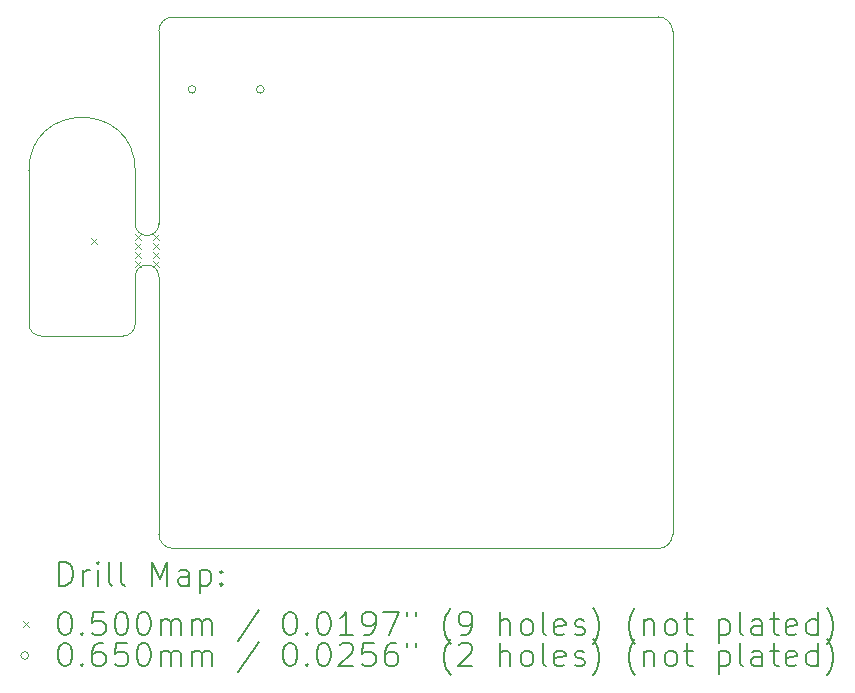
<source format=gbr>
%TF.GenerationSoftware,KiCad,Pcbnew,8.0.5*%
%TF.CreationDate,2024-10-21T14:29:23+02:00*%
%TF.ProjectId,Slave,536c6176-652e-46b6-9963-61645f706362,rev?*%
%TF.SameCoordinates,Original*%
%TF.FileFunction,Drillmap*%
%TF.FilePolarity,Positive*%
%FSLAX45Y45*%
G04 Gerber Fmt 4.5, Leading zero omitted, Abs format (unit mm)*
G04 Created by KiCad (PCBNEW 8.0.5) date 2024-10-21 14:29:23*
%MOMM*%
%LPD*%
G01*
G04 APERTURE LIST*
%ADD10C,0.050000*%
%ADD11C,0.200000*%
%ADD12C,0.100000*%
G04 APERTURE END LIST*
D10*
X3250000Y-8130000D02*
X3250000Y-5950000D01*
X3250000Y-3870000D02*
G75*
G02*
X3370000Y-3750000I120000J0D01*
G01*
X7600000Y-8130000D02*
G75*
G02*
X7480000Y-8250000I-120000J0D01*
G01*
X2250000Y-6450000D02*
G75*
G02*
X2150000Y-6350000I0J100000D01*
G01*
X2250000Y-6450000D02*
X2948387Y-6450000D01*
X3050000Y-5950000D02*
G75*
G02*
X3250000Y-5950000I100000J0D01*
G01*
X3050000Y-6350000D02*
G75*
G02*
X2948387Y-6449987I-100000J0D01*
G01*
X7480000Y-3750000D02*
G75*
G02*
X7600000Y-3870000I0J-120000D01*
G01*
X3250000Y-5500000D02*
X3250000Y-3870000D01*
X7480000Y-8250000D02*
X3370000Y-8250000D01*
X3050000Y-5950000D02*
X3050000Y-6350000D01*
X3370000Y-8250000D02*
G75*
G02*
X3250000Y-8130000I0J120000D01*
G01*
X3250000Y-5500000D02*
G75*
G02*
X3050000Y-5500000I-100000J0D01*
G01*
X2150000Y-5050000D02*
G75*
G02*
X3050000Y-5050000I450000J0D01*
G01*
X7600000Y-3870000D02*
X7600000Y-8130000D01*
X3050000Y-5500000D02*
X3050000Y-5050000D01*
X3370000Y-3750000D02*
X7480000Y-3750000D01*
X2150000Y-5050000D02*
X2150000Y-6350000D01*
D11*
D12*
X2679200Y-5619000D02*
X2729200Y-5669000D01*
X2729200Y-5619000D02*
X2679200Y-5669000D01*
X3050000Y-5590000D02*
X3100000Y-5640000D01*
X3100000Y-5590000D02*
X3050000Y-5640000D01*
X3050000Y-5665000D02*
X3100000Y-5715000D01*
X3100000Y-5665000D02*
X3050000Y-5715000D01*
X3050000Y-5740000D02*
X3100000Y-5790000D01*
X3100000Y-5740000D02*
X3050000Y-5790000D01*
X3050000Y-5815000D02*
X3100000Y-5865000D01*
X3100000Y-5815000D02*
X3050000Y-5865000D01*
X3200000Y-5590000D02*
X3250000Y-5640000D01*
X3250000Y-5590000D02*
X3200000Y-5640000D01*
X3200000Y-5665000D02*
X3250000Y-5715000D01*
X3250000Y-5665000D02*
X3200000Y-5715000D01*
X3200000Y-5740000D02*
X3250000Y-5790000D01*
X3250000Y-5740000D02*
X3200000Y-5790000D01*
X3200000Y-5815000D02*
X3250000Y-5865000D01*
X3250000Y-5815000D02*
X3200000Y-5865000D01*
X3563700Y-4362900D02*
G75*
G02*
X3498700Y-4362900I-32500J0D01*
G01*
X3498700Y-4362900D02*
G75*
G02*
X3563700Y-4362900I32500J0D01*
G01*
X4141700Y-4362900D02*
G75*
G02*
X4076700Y-4362900I-32500J0D01*
G01*
X4076700Y-4362900D02*
G75*
G02*
X4141700Y-4362900I32500J0D01*
G01*
D11*
X2408277Y-8563984D02*
X2408277Y-8363984D01*
X2408277Y-8363984D02*
X2455896Y-8363984D01*
X2455896Y-8363984D02*
X2484467Y-8373508D01*
X2484467Y-8373508D02*
X2503515Y-8392555D01*
X2503515Y-8392555D02*
X2513039Y-8411603D01*
X2513039Y-8411603D02*
X2522563Y-8449698D01*
X2522563Y-8449698D02*
X2522563Y-8478270D01*
X2522563Y-8478270D02*
X2513039Y-8516365D01*
X2513039Y-8516365D02*
X2503515Y-8535412D01*
X2503515Y-8535412D02*
X2484467Y-8554460D01*
X2484467Y-8554460D02*
X2455896Y-8563984D01*
X2455896Y-8563984D02*
X2408277Y-8563984D01*
X2608277Y-8563984D02*
X2608277Y-8430650D01*
X2608277Y-8468746D02*
X2617801Y-8449698D01*
X2617801Y-8449698D02*
X2627324Y-8440174D01*
X2627324Y-8440174D02*
X2646372Y-8430650D01*
X2646372Y-8430650D02*
X2665420Y-8430650D01*
X2732086Y-8563984D02*
X2732086Y-8430650D01*
X2732086Y-8363984D02*
X2722563Y-8373508D01*
X2722563Y-8373508D02*
X2732086Y-8383031D01*
X2732086Y-8383031D02*
X2741610Y-8373508D01*
X2741610Y-8373508D02*
X2732086Y-8363984D01*
X2732086Y-8363984D02*
X2732086Y-8383031D01*
X2855896Y-8563984D02*
X2836848Y-8554460D01*
X2836848Y-8554460D02*
X2827324Y-8535412D01*
X2827324Y-8535412D02*
X2827324Y-8363984D01*
X2960658Y-8563984D02*
X2941610Y-8554460D01*
X2941610Y-8554460D02*
X2932086Y-8535412D01*
X2932086Y-8535412D02*
X2932086Y-8363984D01*
X3189229Y-8563984D02*
X3189229Y-8363984D01*
X3189229Y-8363984D02*
X3255896Y-8506841D01*
X3255896Y-8506841D02*
X3322562Y-8363984D01*
X3322562Y-8363984D02*
X3322562Y-8563984D01*
X3503515Y-8563984D02*
X3503515Y-8459222D01*
X3503515Y-8459222D02*
X3493991Y-8440174D01*
X3493991Y-8440174D02*
X3474943Y-8430650D01*
X3474943Y-8430650D02*
X3436848Y-8430650D01*
X3436848Y-8430650D02*
X3417801Y-8440174D01*
X3503515Y-8554460D02*
X3484467Y-8563984D01*
X3484467Y-8563984D02*
X3436848Y-8563984D01*
X3436848Y-8563984D02*
X3417801Y-8554460D01*
X3417801Y-8554460D02*
X3408277Y-8535412D01*
X3408277Y-8535412D02*
X3408277Y-8516365D01*
X3408277Y-8516365D02*
X3417801Y-8497317D01*
X3417801Y-8497317D02*
X3436848Y-8487793D01*
X3436848Y-8487793D02*
X3484467Y-8487793D01*
X3484467Y-8487793D02*
X3503515Y-8478270D01*
X3598753Y-8430650D02*
X3598753Y-8630650D01*
X3598753Y-8440174D02*
X3617801Y-8430650D01*
X3617801Y-8430650D02*
X3655896Y-8430650D01*
X3655896Y-8430650D02*
X3674943Y-8440174D01*
X3674943Y-8440174D02*
X3684467Y-8449698D01*
X3684467Y-8449698D02*
X3693991Y-8468746D01*
X3693991Y-8468746D02*
X3693991Y-8525889D01*
X3693991Y-8525889D02*
X3684467Y-8544936D01*
X3684467Y-8544936D02*
X3674943Y-8554460D01*
X3674943Y-8554460D02*
X3655896Y-8563984D01*
X3655896Y-8563984D02*
X3617801Y-8563984D01*
X3617801Y-8563984D02*
X3598753Y-8554460D01*
X3779705Y-8544936D02*
X3789229Y-8554460D01*
X3789229Y-8554460D02*
X3779705Y-8563984D01*
X3779705Y-8563984D02*
X3770182Y-8554460D01*
X3770182Y-8554460D02*
X3779705Y-8544936D01*
X3779705Y-8544936D02*
X3779705Y-8563984D01*
X3779705Y-8440174D02*
X3789229Y-8449698D01*
X3789229Y-8449698D02*
X3779705Y-8459222D01*
X3779705Y-8459222D02*
X3770182Y-8449698D01*
X3770182Y-8449698D02*
X3779705Y-8440174D01*
X3779705Y-8440174D02*
X3779705Y-8459222D01*
D12*
X2097500Y-8867500D02*
X2147500Y-8917500D01*
X2147500Y-8867500D02*
X2097500Y-8917500D01*
D11*
X2446372Y-8783984D02*
X2465420Y-8783984D01*
X2465420Y-8783984D02*
X2484467Y-8793508D01*
X2484467Y-8793508D02*
X2493991Y-8803031D01*
X2493991Y-8803031D02*
X2503515Y-8822079D01*
X2503515Y-8822079D02*
X2513039Y-8860174D01*
X2513039Y-8860174D02*
X2513039Y-8907793D01*
X2513039Y-8907793D02*
X2503515Y-8945889D01*
X2503515Y-8945889D02*
X2493991Y-8964936D01*
X2493991Y-8964936D02*
X2484467Y-8974460D01*
X2484467Y-8974460D02*
X2465420Y-8983984D01*
X2465420Y-8983984D02*
X2446372Y-8983984D01*
X2446372Y-8983984D02*
X2427324Y-8974460D01*
X2427324Y-8974460D02*
X2417801Y-8964936D01*
X2417801Y-8964936D02*
X2408277Y-8945889D01*
X2408277Y-8945889D02*
X2398753Y-8907793D01*
X2398753Y-8907793D02*
X2398753Y-8860174D01*
X2398753Y-8860174D02*
X2408277Y-8822079D01*
X2408277Y-8822079D02*
X2417801Y-8803031D01*
X2417801Y-8803031D02*
X2427324Y-8793508D01*
X2427324Y-8793508D02*
X2446372Y-8783984D01*
X2598753Y-8964936D02*
X2608277Y-8974460D01*
X2608277Y-8974460D02*
X2598753Y-8983984D01*
X2598753Y-8983984D02*
X2589229Y-8974460D01*
X2589229Y-8974460D02*
X2598753Y-8964936D01*
X2598753Y-8964936D02*
X2598753Y-8983984D01*
X2789229Y-8783984D02*
X2693991Y-8783984D01*
X2693991Y-8783984D02*
X2684467Y-8879222D01*
X2684467Y-8879222D02*
X2693991Y-8869698D01*
X2693991Y-8869698D02*
X2713039Y-8860174D01*
X2713039Y-8860174D02*
X2760658Y-8860174D01*
X2760658Y-8860174D02*
X2779705Y-8869698D01*
X2779705Y-8869698D02*
X2789229Y-8879222D01*
X2789229Y-8879222D02*
X2798753Y-8898270D01*
X2798753Y-8898270D02*
X2798753Y-8945889D01*
X2798753Y-8945889D02*
X2789229Y-8964936D01*
X2789229Y-8964936D02*
X2779705Y-8974460D01*
X2779705Y-8974460D02*
X2760658Y-8983984D01*
X2760658Y-8983984D02*
X2713039Y-8983984D01*
X2713039Y-8983984D02*
X2693991Y-8974460D01*
X2693991Y-8974460D02*
X2684467Y-8964936D01*
X2922562Y-8783984D02*
X2941610Y-8783984D01*
X2941610Y-8783984D02*
X2960658Y-8793508D01*
X2960658Y-8793508D02*
X2970182Y-8803031D01*
X2970182Y-8803031D02*
X2979705Y-8822079D01*
X2979705Y-8822079D02*
X2989229Y-8860174D01*
X2989229Y-8860174D02*
X2989229Y-8907793D01*
X2989229Y-8907793D02*
X2979705Y-8945889D01*
X2979705Y-8945889D02*
X2970182Y-8964936D01*
X2970182Y-8964936D02*
X2960658Y-8974460D01*
X2960658Y-8974460D02*
X2941610Y-8983984D01*
X2941610Y-8983984D02*
X2922562Y-8983984D01*
X2922562Y-8983984D02*
X2903515Y-8974460D01*
X2903515Y-8974460D02*
X2893991Y-8964936D01*
X2893991Y-8964936D02*
X2884467Y-8945889D01*
X2884467Y-8945889D02*
X2874943Y-8907793D01*
X2874943Y-8907793D02*
X2874943Y-8860174D01*
X2874943Y-8860174D02*
X2884467Y-8822079D01*
X2884467Y-8822079D02*
X2893991Y-8803031D01*
X2893991Y-8803031D02*
X2903515Y-8793508D01*
X2903515Y-8793508D02*
X2922562Y-8783984D01*
X3113039Y-8783984D02*
X3132086Y-8783984D01*
X3132086Y-8783984D02*
X3151134Y-8793508D01*
X3151134Y-8793508D02*
X3160658Y-8803031D01*
X3160658Y-8803031D02*
X3170182Y-8822079D01*
X3170182Y-8822079D02*
X3179705Y-8860174D01*
X3179705Y-8860174D02*
X3179705Y-8907793D01*
X3179705Y-8907793D02*
X3170182Y-8945889D01*
X3170182Y-8945889D02*
X3160658Y-8964936D01*
X3160658Y-8964936D02*
X3151134Y-8974460D01*
X3151134Y-8974460D02*
X3132086Y-8983984D01*
X3132086Y-8983984D02*
X3113039Y-8983984D01*
X3113039Y-8983984D02*
X3093991Y-8974460D01*
X3093991Y-8974460D02*
X3084467Y-8964936D01*
X3084467Y-8964936D02*
X3074943Y-8945889D01*
X3074943Y-8945889D02*
X3065420Y-8907793D01*
X3065420Y-8907793D02*
X3065420Y-8860174D01*
X3065420Y-8860174D02*
X3074943Y-8822079D01*
X3074943Y-8822079D02*
X3084467Y-8803031D01*
X3084467Y-8803031D02*
X3093991Y-8793508D01*
X3093991Y-8793508D02*
X3113039Y-8783984D01*
X3265420Y-8983984D02*
X3265420Y-8850650D01*
X3265420Y-8869698D02*
X3274943Y-8860174D01*
X3274943Y-8860174D02*
X3293991Y-8850650D01*
X3293991Y-8850650D02*
X3322563Y-8850650D01*
X3322563Y-8850650D02*
X3341610Y-8860174D01*
X3341610Y-8860174D02*
X3351134Y-8879222D01*
X3351134Y-8879222D02*
X3351134Y-8983984D01*
X3351134Y-8879222D02*
X3360658Y-8860174D01*
X3360658Y-8860174D02*
X3379705Y-8850650D01*
X3379705Y-8850650D02*
X3408277Y-8850650D01*
X3408277Y-8850650D02*
X3427324Y-8860174D01*
X3427324Y-8860174D02*
X3436848Y-8879222D01*
X3436848Y-8879222D02*
X3436848Y-8983984D01*
X3532086Y-8983984D02*
X3532086Y-8850650D01*
X3532086Y-8869698D02*
X3541610Y-8860174D01*
X3541610Y-8860174D02*
X3560658Y-8850650D01*
X3560658Y-8850650D02*
X3589229Y-8850650D01*
X3589229Y-8850650D02*
X3608277Y-8860174D01*
X3608277Y-8860174D02*
X3617801Y-8879222D01*
X3617801Y-8879222D02*
X3617801Y-8983984D01*
X3617801Y-8879222D02*
X3627324Y-8860174D01*
X3627324Y-8860174D02*
X3646372Y-8850650D01*
X3646372Y-8850650D02*
X3674943Y-8850650D01*
X3674943Y-8850650D02*
X3693991Y-8860174D01*
X3693991Y-8860174D02*
X3703515Y-8879222D01*
X3703515Y-8879222D02*
X3703515Y-8983984D01*
X4093991Y-8774460D02*
X3922563Y-9031603D01*
X4351134Y-8783984D02*
X4370182Y-8783984D01*
X4370182Y-8783984D02*
X4389229Y-8793508D01*
X4389229Y-8793508D02*
X4398753Y-8803031D01*
X4398753Y-8803031D02*
X4408277Y-8822079D01*
X4408277Y-8822079D02*
X4417801Y-8860174D01*
X4417801Y-8860174D02*
X4417801Y-8907793D01*
X4417801Y-8907793D02*
X4408277Y-8945889D01*
X4408277Y-8945889D02*
X4398753Y-8964936D01*
X4398753Y-8964936D02*
X4389229Y-8974460D01*
X4389229Y-8974460D02*
X4370182Y-8983984D01*
X4370182Y-8983984D02*
X4351134Y-8983984D01*
X4351134Y-8983984D02*
X4332087Y-8974460D01*
X4332087Y-8974460D02*
X4322563Y-8964936D01*
X4322563Y-8964936D02*
X4313039Y-8945889D01*
X4313039Y-8945889D02*
X4303515Y-8907793D01*
X4303515Y-8907793D02*
X4303515Y-8860174D01*
X4303515Y-8860174D02*
X4313039Y-8822079D01*
X4313039Y-8822079D02*
X4322563Y-8803031D01*
X4322563Y-8803031D02*
X4332087Y-8793508D01*
X4332087Y-8793508D02*
X4351134Y-8783984D01*
X4503515Y-8964936D02*
X4513039Y-8974460D01*
X4513039Y-8974460D02*
X4503515Y-8983984D01*
X4503515Y-8983984D02*
X4493991Y-8974460D01*
X4493991Y-8974460D02*
X4503515Y-8964936D01*
X4503515Y-8964936D02*
X4503515Y-8983984D01*
X4636848Y-8783984D02*
X4655896Y-8783984D01*
X4655896Y-8783984D02*
X4674944Y-8793508D01*
X4674944Y-8793508D02*
X4684468Y-8803031D01*
X4684468Y-8803031D02*
X4693991Y-8822079D01*
X4693991Y-8822079D02*
X4703515Y-8860174D01*
X4703515Y-8860174D02*
X4703515Y-8907793D01*
X4703515Y-8907793D02*
X4693991Y-8945889D01*
X4693991Y-8945889D02*
X4684468Y-8964936D01*
X4684468Y-8964936D02*
X4674944Y-8974460D01*
X4674944Y-8974460D02*
X4655896Y-8983984D01*
X4655896Y-8983984D02*
X4636848Y-8983984D01*
X4636848Y-8983984D02*
X4617801Y-8974460D01*
X4617801Y-8974460D02*
X4608277Y-8964936D01*
X4608277Y-8964936D02*
X4598753Y-8945889D01*
X4598753Y-8945889D02*
X4589229Y-8907793D01*
X4589229Y-8907793D02*
X4589229Y-8860174D01*
X4589229Y-8860174D02*
X4598753Y-8822079D01*
X4598753Y-8822079D02*
X4608277Y-8803031D01*
X4608277Y-8803031D02*
X4617801Y-8793508D01*
X4617801Y-8793508D02*
X4636848Y-8783984D01*
X4893991Y-8983984D02*
X4779706Y-8983984D01*
X4836848Y-8983984D02*
X4836848Y-8783984D01*
X4836848Y-8783984D02*
X4817801Y-8812555D01*
X4817801Y-8812555D02*
X4798753Y-8831603D01*
X4798753Y-8831603D02*
X4779706Y-8841127D01*
X4989229Y-8983984D02*
X5027325Y-8983984D01*
X5027325Y-8983984D02*
X5046372Y-8974460D01*
X5046372Y-8974460D02*
X5055896Y-8964936D01*
X5055896Y-8964936D02*
X5074944Y-8936365D01*
X5074944Y-8936365D02*
X5084468Y-8898270D01*
X5084468Y-8898270D02*
X5084468Y-8822079D01*
X5084468Y-8822079D02*
X5074944Y-8803031D01*
X5074944Y-8803031D02*
X5065420Y-8793508D01*
X5065420Y-8793508D02*
X5046372Y-8783984D01*
X5046372Y-8783984D02*
X5008277Y-8783984D01*
X5008277Y-8783984D02*
X4989229Y-8793508D01*
X4989229Y-8793508D02*
X4979706Y-8803031D01*
X4979706Y-8803031D02*
X4970182Y-8822079D01*
X4970182Y-8822079D02*
X4970182Y-8869698D01*
X4970182Y-8869698D02*
X4979706Y-8888746D01*
X4979706Y-8888746D02*
X4989229Y-8898270D01*
X4989229Y-8898270D02*
X5008277Y-8907793D01*
X5008277Y-8907793D02*
X5046372Y-8907793D01*
X5046372Y-8907793D02*
X5065420Y-8898270D01*
X5065420Y-8898270D02*
X5074944Y-8888746D01*
X5074944Y-8888746D02*
X5084468Y-8869698D01*
X5151134Y-8783984D02*
X5284468Y-8783984D01*
X5284468Y-8783984D02*
X5198753Y-8983984D01*
X5351134Y-8783984D02*
X5351134Y-8822079D01*
X5427325Y-8783984D02*
X5427325Y-8822079D01*
X5722563Y-9060174D02*
X5713039Y-9050650D01*
X5713039Y-9050650D02*
X5693991Y-9022079D01*
X5693991Y-9022079D02*
X5684468Y-9003031D01*
X5684468Y-9003031D02*
X5674944Y-8974460D01*
X5674944Y-8974460D02*
X5665420Y-8926841D01*
X5665420Y-8926841D02*
X5665420Y-8888746D01*
X5665420Y-8888746D02*
X5674944Y-8841127D01*
X5674944Y-8841127D02*
X5684468Y-8812555D01*
X5684468Y-8812555D02*
X5693991Y-8793508D01*
X5693991Y-8793508D02*
X5713039Y-8764936D01*
X5713039Y-8764936D02*
X5722563Y-8755412D01*
X5808277Y-8983984D02*
X5846372Y-8983984D01*
X5846372Y-8983984D02*
X5865420Y-8974460D01*
X5865420Y-8974460D02*
X5874944Y-8964936D01*
X5874944Y-8964936D02*
X5893991Y-8936365D01*
X5893991Y-8936365D02*
X5903515Y-8898270D01*
X5903515Y-8898270D02*
X5903515Y-8822079D01*
X5903515Y-8822079D02*
X5893991Y-8803031D01*
X5893991Y-8803031D02*
X5884468Y-8793508D01*
X5884468Y-8793508D02*
X5865420Y-8783984D01*
X5865420Y-8783984D02*
X5827325Y-8783984D01*
X5827325Y-8783984D02*
X5808277Y-8793508D01*
X5808277Y-8793508D02*
X5798753Y-8803031D01*
X5798753Y-8803031D02*
X5789229Y-8822079D01*
X5789229Y-8822079D02*
X5789229Y-8869698D01*
X5789229Y-8869698D02*
X5798753Y-8888746D01*
X5798753Y-8888746D02*
X5808277Y-8898270D01*
X5808277Y-8898270D02*
X5827325Y-8907793D01*
X5827325Y-8907793D02*
X5865420Y-8907793D01*
X5865420Y-8907793D02*
X5884468Y-8898270D01*
X5884468Y-8898270D02*
X5893991Y-8888746D01*
X5893991Y-8888746D02*
X5903515Y-8869698D01*
X6141610Y-8983984D02*
X6141610Y-8783984D01*
X6227325Y-8983984D02*
X6227325Y-8879222D01*
X6227325Y-8879222D02*
X6217801Y-8860174D01*
X6217801Y-8860174D02*
X6198753Y-8850650D01*
X6198753Y-8850650D02*
X6170182Y-8850650D01*
X6170182Y-8850650D02*
X6151134Y-8860174D01*
X6151134Y-8860174D02*
X6141610Y-8869698D01*
X6351134Y-8983984D02*
X6332087Y-8974460D01*
X6332087Y-8974460D02*
X6322563Y-8964936D01*
X6322563Y-8964936D02*
X6313039Y-8945889D01*
X6313039Y-8945889D02*
X6313039Y-8888746D01*
X6313039Y-8888746D02*
X6322563Y-8869698D01*
X6322563Y-8869698D02*
X6332087Y-8860174D01*
X6332087Y-8860174D02*
X6351134Y-8850650D01*
X6351134Y-8850650D02*
X6379706Y-8850650D01*
X6379706Y-8850650D02*
X6398753Y-8860174D01*
X6398753Y-8860174D02*
X6408277Y-8869698D01*
X6408277Y-8869698D02*
X6417801Y-8888746D01*
X6417801Y-8888746D02*
X6417801Y-8945889D01*
X6417801Y-8945889D02*
X6408277Y-8964936D01*
X6408277Y-8964936D02*
X6398753Y-8974460D01*
X6398753Y-8974460D02*
X6379706Y-8983984D01*
X6379706Y-8983984D02*
X6351134Y-8983984D01*
X6532087Y-8983984D02*
X6513039Y-8974460D01*
X6513039Y-8974460D02*
X6503515Y-8955412D01*
X6503515Y-8955412D02*
X6503515Y-8783984D01*
X6684468Y-8974460D02*
X6665420Y-8983984D01*
X6665420Y-8983984D02*
X6627325Y-8983984D01*
X6627325Y-8983984D02*
X6608277Y-8974460D01*
X6608277Y-8974460D02*
X6598753Y-8955412D01*
X6598753Y-8955412D02*
X6598753Y-8879222D01*
X6598753Y-8879222D02*
X6608277Y-8860174D01*
X6608277Y-8860174D02*
X6627325Y-8850650D01*
X6627325Y-8850650D02*
X6665420Y-8850650D01*
X6665420Y-8850650D02*
X6684468Y-8860174D01*
X6684468Y-8860174D02*
X6693991Y-8879222D01*
X6693991Y-8879222D02*
X6693991Y-8898270D01*
X6693991Y-8898270D02*
X6598753Y-8917317D01*
X6770182Y-8974460D02*
X6789230Y-8983984D01*
X6789230Y-8983984D02*
X6827325Y-8983984D01*
X6827325Y-8983984D02*
X6846372Y-8974460D01*
X6846372Y-8974460D02*
X6855896Y-8955412D01*
X6855896Y-8955412D02*
X6855896Y-8945889D01*
X6855896Y-8945889D02*
X6846372Y-8926841D01*
X6846372Y-8926841D02*
X6827325Y-8917317D01*
X6827325Y-8917317D02*
X6798753Y-8917317D01*
X6798753Y-8917317D02*
X6779706Y-8907793D01*
X6779706Y-8907793D02*
X6770182Y-8888746D01*
X6770182Y-8888746D02*
X6770182Y-8879222D01*
X6770182Y-8879222D02*
X6779706Y-8860174D01*
X6779706Y-8860174D02*
X6798753Y-8850650D01*
X6798753Y-8850650D02*
X6827325Y-8850650D01*
X6827325Y-8850650D02*
X6846372Y-8860174D01*
X6922563Y-9060174D02*
X6932087Y-9050650D01*
X6932087Y-9050650D02*
X6951134Y-9022079D01*
X6951134Y-9022079D02*
X6960658Y-9003031D01*
X6960658Y-9003031D02*
X6970182Y-8974460D01*
X6970182Y-8974460D02*
X6979706Y-8926841D01*
X6979706Y-8926841D02*
X6979706Y-8888746D01*
X6979706Y-8888746D02*
X6970182Y-8841127D01*
X6970182Y-8841127D02*
X6960658Y-8812555D01*
X6960658Y-8812555D02*
X6951134Y-8793508D01*
X6951134Y-8793508D02*
X6932087Y-8764936D01*
X6932087Y-8764936D02*
X6922563Y-8755412D01*
X7284468Y-9060174D02*
X7274944Y-9050650D01*
X7274944Y-9050650D02*
X7255896Y-9022079D01*
X7255896Y-9022079D02*
X7246372Y-9003031D01*
X7246372Y-9003031D02*
X7236849Y-8974460D01*
X7236849Y-8974460D02*
X7227325Y-8926841D01*
X7227325Y-8926841D02*
X7227325Y-8888746D01*
X7227325Y-8888746D02*
X7236849Y-8841127D01*
X7236849Y-8841127D02*
X7246372Y-8812555D01*
X7246372Y-8812555D02*
X7255896Y-8793508D01*
X7255896Y-8793508D02*
X7274944Y-8764936D01*
X7274944Y-8764936D02*
X7284468Y-8755412D01*
X7360658Y-8850650D02*
X7360658Y-8983984D01*
X7360658Y-8869698D02*
X7370182Y-8860174D01*
X7370182Y-8860174D02*
X7389230Y-8850650D01*
X7389230Y-8850650D02*
X7417801Y-8850650D01*
X7417801Y-8850650D02*
X7436849Y-8860174D01*
X7436849Y-8860174D02*
X7446372Y-8879222D01*
X7446372Y-8879222D02*
X7446372Y-8983984D01*
X7570182Y-8983984D02*
X7551134Y-8974460D01*
X7551134Y-8974460D02*
X7541611Y-8964936D01*
X7541611Y-8964936D02*
X7532087Y-8945889D01*
X7532087Y-8945889D02*
X7532087Y-8888746D01*
X7532087Y-8888746D02*
X7541611Y-8869698D01*
X7541611Y-8869698D02*
X7551134Y-8860174D01*
X7551134Y-8860174D02*
X7570182Y-8850650D01*
X7570182Y-8850650D02*
X7598753Y-8850650D01*
X7598753Y-8850650D02*
X7617801Y-8860174D01*
X7617801Y-8860174D02*
X7627325Y-8869698D01*
X7627325Y-8869698D02*
X7636849Y-8888746D01*
X7636849Y-8888746D02*
X7636849Y-8945889D01*
X7636849Y-8945889D02*
X7627325Y-8964936D01*
X7627325Y-8964936D02*
X7617801Y-8974460D01*
X7617801Y-8974460D02*
X7598753Y-8983984D01*
X7598753Y-8983984D02*
X7570182Y-8983984D01*
X7693992Y-8850650D02*
X7770182Y-8850650D01*
X7722563Y-8783984D02*
X7722563Y-8955412D01*
X7722563Y-8955412D02*
X7732087Y-8974460D01*
X7732087Y-8974460D02*
X7751134Y-8983984D01*
X7751134Y-8983984D02*
X7770182Y-8983984D01*
X7989230Y-8850650D02*
X7989230Y-9050650D01*
X7989230Y-8860174D02*
X8008277Y-8850650D01*
X8008277Y-8850650D02*
X8046373Y-8850650D01*
X8046373Y-8850650D02*
X8065420Y-8860174D01*
X8065420Y-8860174D02*
X8074944Y-8869698D01*
X8074944Y-8869698D02*
X8084468Y-8888746D01*
X8084468Y-8888746D02*
X8084468Y-8945889D01*
X8084468Y-8945889D02*
X8074944Y-8964936D01*
X8074944Y-8964936D02*
X8065420Y-8974460D01*
X8065420Y-8974460D02*
X8046373Y-8983984D01*
X8046373Y-8983984D02*
X8008277Y-8983984D01*
X8008277Y-8983984D02*
X7989230Y-8974460D01*
X8198753Y-8983984D02*
X8179706Y-8974460D01*
X8179706Y-8974460D02*
X8170182Y-8955412D01*
X8170182Y-8955412D02*
X8170182Y-8783984D01*
X8360658Y-8983984D02*
X8360658Y-8879222D01*
X8360658Y-8879222D02*
X8351134Y-8860174D01*
X8351134Y-8860174D02*
X8332087Y-8850650D01*
X8332087Y-8850650D02*
X8293992Y-8850650D01*
X8293992Y-8850650D02*
X8274944Y-8860174D01*
X8360658Y-8974460D02*
X8341611Y-8983984D01*
X8341611Y-8983984D02*
X8293992Y-8983984D01*
X8293992Y-8983984D02*
X8274944Y-8974460D01*
X8274944Y-8974460D02*
X8265420Y-8955412D01*
X8265420Y-8955412D02*
X8265420Y-8936365D01*
X8265420Y-8936365D02*
X8274944Y-8917317D01*
X8274944Y-8917317D02*
X8293992Y-8907793D01*
X8293992Y-8907793D02*
X8341611Y-8907793D01*
X8341611Y-8907793D02*
X8360658Y-8898270D01*
X8427325Y-8850650D02*
X8503515Y-8850650D01*
X8455896Y-8783984D02*
X8455896Y-8955412D01*
X8455896Y-8955412D02*
X8465420Y-8974460D01*
X8465420Y-8974460D02*
X8484468Y-8983984D01*
X8484468Y-8983984D02*
X8503515Y-8983984D01*
X8646373Y-8974460D02*
X8627325Y-8983984D01*
X8627325Y-8983984D02*
X8589230Y-8983984D01*
X8589230Y-8983984D02*
X8570182Y-8974460D01*
X8570182Y-8974460D02*
X8560658Y-8955412D01*
X8560658Y-8955412D02*
X8560658Y-8879222D01*
X8560658Y-8879222D02*
X8570182Y-8860174D01*
X8570182Y-8860174D02*
X8589230Y-8850650D01*
X8589230Y-8850650D02*
X8627325Y-8850650D01*
X8627325Y-8850650D02*
X8646373Y-8860174D01*
X8646373Y-8860174D02*
X8655896Y-8879222D01*
X8655896Y-8879222D02*
X8655896Y-8898270D01*
X8655896Y-8898270D02*
X8560658Y-8917317D01*
X8827325Y-8983984D02*
X8827325Y-8783984D01*
X8827325Y-8974460D02*
X8808277Y-8983984D01*
X8808277Y-8983984D02*
X8770182Y-8983984D01*
X8770182Y-8983984D02*
X8751135Y-8974460D01*
X8751135Y-8974460D02*
X8741611Y-8964936D01*
X8741611Y-8964936D02*
X8732087Y-8945889D01*
X8732087Y-8945889D02*
X8732087Y-8888746D01*
X8732087Y-8888746D02*
X8741611Y-8869698D01*
X8741611Y-8869698D02*
X8751135Y-8860174D01*
X8751135Y-8860174D02*
X8770182Y-8850650D01*
X8770182Y-8850650D02*
X8808277Y-8850650D01*
X8808277Y-8850650D02*
X8827325Y-8860174D01*
X8903516Y-9060174D02*
X8913039Y-9050650D01*
X8913039Y-9050650D02*
X8932087Y-9022079D01*
X8932087Y-9022079D02*
X8941611Y-9003031D01*
X8941611Y-9003031D02*
X8951135Y-8974460D01*
X8951135Y-8974460D02*
X8960658Y-8926841D01*
X8960658Y-8926841D02*
X8960658Y-8888746D01*
X8960658Y-8888746D02*
X8951135Y-8841127D01*
X8951135Y-8841127D02*
X8941611Y-8812555D01*
X8941611Y-8812555D02*
X8932087Y-8793508D01*
X8932087Y-8793508D02*
X8913039Y-8764936D01*
X8913039Y-8764936D02*
X8903516Y-8755412D01*
D12*
X2147500Y-9156500D02*
G75*
G02*
X2082500Y-9156500I-32500J0D01*
G01*
X2082500Y-9156500D02*
G75*
G02*
X2147500Y-9156500I32500J0D01*
G01*
D11*
X2446372Y-9047984D02*
X2465420Y-9047984D01*
X2465420Y-9047984D02*
X2484467Y-9057508D01*
X2484467Y-9057508D02*
X2493991Y-9067031D01*
X2493991Y-9067031D02*
X2503515Y-9086079D01*
X2503515Y-9086079D02*
X2513039Y-9124174D01*
X2513039Y-9124174D02*
X2513039Y-9171793D01*
X2513039Y-9171793D02*
X2503515Y-9209889D01*
X2503515Y-9209889D02*
X2493991Y-9228936D01*
X2493991Y-9228936D02*
X2484467Y-9238460D01*
X2484467Y-9238460D02*
X2465420Y-9247984D01*
X2465420Y-9247984D02*
X2446372Y-9247984D01*
X2446372Y-9247984D02*
X2427324Y-9238460D01*
X2427324Y-9238460D02*
X2417801Y-9228936D01*
X2417801Y-9228936D02*
X2408277Y-9209889D01*
X2408277Y-9209889D02*
X2398753Y-9171793D01*
X2398753Y-9171793D02*
X2398753Y-9124174D01*
X2398753Y-9124174D02*
X2408277Y-9086079D01*
X2408277Y-9086079D02*
X2417801Y-9067031D01*
X2417801Y-9067031D02*
X2427324Y-9057508D01*
X2427324Y-9057508D02*
X2446372Y-9047984D01*
X2598753Y-9228936D02*
X2608277Y-9238460D01*
X2608277Y-9238460D02*
X2598753Y-9247984D01*
X2598753Y-9247984D02*
X2589229Y-9238460D01*
X2589229Y-9238460D02*
X2598753Y-9228936D01*
X2598753Y-9228936D02*
X2598753Y-9247984D01*
X2779705Y-9047984D02*
X2741610Y-9047984D01*
X2741610Y-9047984D02*
X2722563Y-9057508D01*
X2722563Y-9057508D02*
X2713039Y-9067031D01*
X2713039Y-9067031D02*
X2693991Y-9095603D01*
X2693991Y-9095603D02*
X2684467Y-9133698D01*
X2684467Y-9133698D02*
X2684467Y-9209889D01*
X2684467Y-9209889D02*
X2693991Y-9228936D01*
X2693991Y-9228936D02*
X2703515Y-9238460D01*
X2703515Y-9238460D02*
X2722563Y-9247984D01*
X2722563Y-9247984D02*
X2760658Y-9247984D01*
X2760658Y-9247984D02*
X2779705Y-9238460D01*
X2779705Y-9238460D02*
X2789229Y-9228936D01*
X2789229Y-9228936D02*
X2798753Y-9209889D01*
X2798753Y-9209889D02*
X2798753Y-9162270D01*
X2798753Y-9162270D02*
X2789229Y-9143222D01*
X2789229Y-9143222D02*
X2779705Y-9133698D01*
X2779705Y-9133698D02*
X2760658Y-9124174D01*
X2760658Y-9124174D02*
X2722563Y-9124174D01*
X2722563Y-9124174D02*
X2703515Y-9133698D01*
X2703515Y-9133698D02*
X2693991Y-9143222D01*
X2693991Y-9143222D02*
X2684467Y-9162270D01*
X2979705Y-9047984D02*
X2884467Y-9047984D01*
X2884467Y-9047984D02*
X2874943Y-9143222D01*
X2874943Y-9143222D02*
X2884467Y-9133698D01*
X2884467Y-9133698D02*
X2903515Y-9124174D01*
X2903515Y-9124174D02*
X2951134Y-9124174D01*
X2951134Y-9124174D02*
X2970182Y-9133698D01*
X2970182Y-9133698D02*
X2979705Y-9143222D01*
X2979705Y-9143222D02*
X2989229Y-9162270D01*
X2989229Y-9162270D02*
X2989229Y-9209889D01*
X2989229Y-9209889D02*
X2979705Y-9228936D01*
X2979705Y-9228936D02*
X2970182Y-9238460D01*
X2970182Y-9238460D02*
X2951134Y-9247984D01*
X2951134Y-9247984D02*
X2903515Y-9247984D01*
X2903515Y-9247984D02*
X2884467Y-9238460D01*
X2884467Y-9238460D02*
X2874943Y-9228936D01*
X3113039Y-9047984D02*
X3132086Y-9047984D01*
X3132086Y-9047984D02*
X3151134Y-9057508D01*
X3151134Y-9057508D02*
X3160658Y-9067031D01*
X3160658Y-9067031D02*
X3170182Y-9086079D01*
X3170182Y-9086079D02*
X3179705Y-9124174D01*
X3179705Y-9124174D02*
X3179705Y-9171793D01*
X3179705Y-9171793D02*
X3170182Y-9209889D01*
X3170182Y-9209889D02*
X3160658Y-9228936D01*
X3160658Y-9228936D02*
X3151134Y-9238460D01*
X3151134Y-9238460D02*
X3132086Y-9247984D01*
X3132086Y-9247984D02*
X3113039Y-9247984D01*
X3113039Y-9247984D02*
X3093991Y-9238460D01*
X3093991Y-9238460D02*
X3084467Y-9228936D01*
X3084467Y-9228936D02*
X3074943Y-9209889D01*
X3074943Y-9209889D02*
X3065420Y-9171793D01*
X3065420Y-9171793D02*
X3065420Y-9124174D01*
X3065420Y-9124174D02*
X3074943Y-9086079D01*
X3074943Y-9086079D02*
X3084467Y-9067031D01*
X3084467Y-9067031D02*
X3093991Y-9057508D01*
X3093991Y-9057508D02*
X3113039Y-9047984D01*
X3265420Y-9247984D02*
X3265420Y-9114650D01*
X3265420Y-9133698D02*
X3274943Y-9124174D01*
X3274943Y-9124174D02*
X3293991Y-9114650D01*
X3293991Y-9114650D02*
X3322563Y-9114650D01*
X3322563Y-9114650D02*
X3341610Y-9124174D01*
X3341610Y-9124174D02*
X3351134Y-9143222D01*
X3351134Y-9143222D02*
X3351134Y-9247984D01*
X3351134Y-9143222D02*
X3360658Y-9124174D01*
X3360658Y-9124174D02*
X3379705Y-9114650D01*
X3379705Y-9114650D02*
X3408277Y-9114650D01*
X3408277Y-9114650D02*
X3427324Y-9124174D01*
X3427324Y-9124174D02*
X3436848Y-9143222D01*
X3436848Y-9143222D02*
X3436848Y-9247984D01*
X3532086Y-9247984D02*
X3532086Y-9114650D01*
X3532086Y-9133698D02*
X3541610Y-9124174D01*
X3541610Y-9124174D02*
X3560658Y-9114650D01*
X3560658Y-9114650D02*
X3589229Y-9114650D01*
X3589229Y-9114650D02*
X3608277Y-9124174D01*
X3608277Y-9124174D02*
X3617801Y-9143222D01*
X3617801Y-9143222D02*
X3617801Y-9247984D01*
X3617801Y-9143222D02*
X3627324Y-9124174D01*
X3627324Y-9124174D02*
X3646372Y-9114650D01*
X3646372Y-9114650D02*
X3674943Y-9114650D01*
X3674943Y-9114650D02*
X3693991Y-9124174D01*
X3693991Y-9124174D02*
X3703515Y-9143222D01*
X3703515Y-9143222D02*
X3703515Y-9247984D01*
X4093991Y-9038460D02*
X3922563Y-9295603D01*
X4351134Y-9047984D02*
X4370182Y-9047984D01*
X4370182Y-9047984D02*
X4389229Y-9057508D01*
X4389229Y-9057508D02*
X4398753Y-9067031D01*
X4398753Y-9067031D02*
X4408277Y-9086079D01*
X4408277Y-9086079D02*
X4417801Y-9124174D01*
X4417801Y-9124174D02*
X4417801Y-9171793D01*
X4417801Y-9171793D02*
X4408277Y-9209889D01*
X4408277Y-9209889D02*
X4398753Y-9228936D01*
X4398753Y-9228936D02*
X4389229Y-9238460D01*
X4389229Y-9238460D02*
X4370182Y-9247984D01*
X4370182Y-9247984D02*
X4351134Y-9247984D01*
X4351134Y-9247984D02*
X4332087Y-9238460D01*
X4332087Y-9238460D02*
X4322563Y-9228936D01*
X4322563Y-9228936D02*
X4313039Y-9209889D01*
X4313039Y-9209889D02*
X4303515Y-9171793D01*
X4303515Y-9171793D02*
X4303515Y-9124174D01*
X4303515Y-9124174D02*
X4313039Y-9086079D01*
X4313039Y-9086079D02*
X4322563Y-9067031D01*
X4322563Y-9067031D02*
X4332087Y-9057508D01*
X4332087Y-9057508D02*
X4351134Y-9047984D01*
X4503515Y-9228936D02*
X4513039Y-9238460D01*
X4513039Y-9238460D02*
X4503515Y-9247984D01*
X4503515Y-9247984D02*
X4493991Y-9238460D01*
X4493991Y-9238460D02*
X4503515Y-9228936D01*
X4503515Y-9228936D02*
X4503515Y-9247984D01*
X4636848Y-9047984D02*
X4655896Y-9047984D01*
X4655896Y-9047984D02*
X4674944Y-9057508D01*
X4674944Y-9057508D02*
X4684468Y-9067031D01*
X4684468Y-9067031D02*
X4693991Y-9086079D01*
X4693991Y-9086079D02*
X4703515Y-9124174D01*
X4703515Y-9124174D02*
X4703515Y-9171793D01*
X4703515Y-9171793D02*
X4693991Y-9209889D01*
X4693991Y-9209889D02*
X4684468Y-9228936D01*
X4684468Y-9228936D02*
X4674944Y-9238460D01*
X4674944Y-9238460D02*
X4655896Y-9247984D01*
X4655896Y-9247984D02*
X4636848Y-9247984D01*
X4636848Y-9247984D02*
X4617801Y-9238460D01*
X4617801Y-9238460D02*
X4608277Y-9228936D01*
X4608277Y-9228936D02*
X4598753Y-9209889D01*
X4598753Y-9209889D02*
X4589229Y-9171793D01*
X4589229Y-9171793D02*
X4589229Y-9124174D01*
X4589229Y-9124174D02*
X4598753Y-9086079D01*
X4598753Y-9086079D02*
X4608277Y-9067031D01*
X4608277Y-9067031D02*
X4617801Y-9057508D01*
X4617801Y-9057508D02*
X4636848Y-9047984D01*
X4779706Y-9067031D02*
X4789229Y-9057508D01*
X4789229Y-9057508D02*
X4808277Y-9047984D01*
X4808277Y-9047984D02*
X4855896Y-9047984D01*
X4855896Y-9047984D02*
X4874944Y-9057508D01*
X4874944Y-9057508D02*
X4884468Y-9067031D01*
X4884468Y-9067031D02*
X4893991Y-9086079D01*
X4893991Y-9086079D02*
X4893991Y-9105127D01*
X4893991Y-9105127D02*
X4884468Y-9133698D01*
X4884468Y-9133698D02*
X4770182Y-9247984D01*
X4770182Y-9247984D02*
X4893991Y-9247984D01*
X5074944Y-9047984D02*
X4979706Y-9047984D01*
X4979706Y-9047984D02*
X4970182Y-9143222D01*
X4970182Y-9143222D02*
X4979706Y-9133698D01*
X4979706Y-9133698D02*
X4998753Y-9124174D01*
X4998753Y-9124174D02*
X5046372Y-9124174D01*
X5046372Y-9124174D02*
X5065420Y-9133698D01*
X5065420Y-9133698D02*
X5074944Y-9143222D01*
X5074944Y-9143222D02*
X5084468Y-9162270D01*
X5084468Y-9162270D02*
X5084468Y-9209889D01*
X5084468Y-9209889D02*
X5074944Y-9228936D01*
X5074944Y-9228936D02*
X5065420Y-9238460D01*
X5065420Y-9238460D02*
X5046372Y-9247984D01*
X5046372Y-9247984D02*
X4998753Y-9247984D01*
X4998753Y-9247984D02*
X4979706Y-9238460D01*
X4979706Y-9238460D02*
X4970182Y-9228936D01*
X5255896Y-9047984D02*
X5217801Y-9047984D01*
X5217801Y-9047984D02*
X5198753Y-9057508D01*
X5198753Y-9057508D02*
X5189229Y-9067031D01*
X5189229Y-9067031D02*
X5170182Y-9095603D01*
X5170182Y-9095603D02*
X5160658Y-9133698D01*
X5160658Y-9133698D02*
X5160658Y-9209889D01*
X5160658Y-9209889D02*
X5170182Y-9228936D01*
X5170182Y-9228936D02*
X5179706Y-9238460D01*
X5179706Y-9238460D02*
X5198753Y-9247984D01*
X5198753Y-9247984D02*
X5236849Y-9247984D01*
X5236849Y-9247984D02*
X5255896Y-9238460D01*
X5255896Y-9238460D02*
X5265420Y-9228936D01*
X5265420Y-9228936D02*
X5274944Y-9209889D01*
X5274944Y-9209889D02*
X5274944Y-9162270D01*
X5274944Y-9162270D02*
X5265420Y-9143222D01*
X5265420Y-9143222D02*
X5255896Y-9133698D01*
X5255896Y-9133698D02*
X5236849Y-9124174D01*
X5236849Y-9124174D02*
X5198753Y-9124174D01*
X5198753Y-9124174D02*
X5179706Y-9133698D01*
X5179706Y-9133698D02*
X5170182Y-9143222D01*
X5170182Y-9143222D02*
X5160658Y-9162270D01*
X5351134Y-9047984D02*
X5351134Y-9086079D01*
X5427325Y-9047984D02*
X5427325Y-9086079D01*
X5722563Y-9324174D02*
X5713039Y-9314650D01*
X5713039Y-9314650D02*
X5693991Y-9286079D01*
X5693991Y-9286079D02*
X5684468Y-9267031D01*
X5684468Y-9267031D02*
X5674944Y-9238460D01*
X5674944Y-9238460D02*
X5665420Y-9190841D01*
X5665420Y-9190841D02*
X5665420Y-9152746D01*
X5665420Y-9152746D02*
X5674944Y-9105127D01*
X5674944Y-9105127D02*
X5684468Y-9076555D01*
X5684468Y-9076555D02*
X5693991Y-9057508D01*
X5693991Y-9057508D02*
X5713039Y-9028936D01*
X5713039Y-9028936D02*
X5722563Y-9019412D01*
X5789229Y-9067031D02*
X5798753Y-9057508D01*
X5798753Y-9057508D02*
X5817801Y-9047984D01*
X5817801Y-9047984D02*
X5865420Y-9047984D01*
X5865420Y-9047984D02*
X5884468Y-9057508D01*
X5884468Y-9057508D02*
X5893991Y-9067031D01*
X5893991Y-9067031D02*
X5903515Y-9086079D01*
X5903515Y-9086079D02*
X5903515Y-9105127D01*
X5903515Y-9105127D02*
X5893991Y-9133698D01*
X5893991Y-9133698D02*
X5779706Y-9247984D01*
X5779706Y-9247984D02*
X5903515Y-9247984D01*
X6141610Y-9247984D02*
X6141610Y-9047984D01*
X6227325Y-9247984D02*
X6227325Y-9143222D01*
X6227325Y-9143222D02*
X6217801Y-9124174D01*
X6217801Y-9124174D02*
X6198753Y-9114650D01*
X6198753Y-9114650D02*
X6170182Y-9114650D01*
X6170182Y-9114650D02*
X6151134Y-9124174D01*
X6151134Y-9124174D02*
X6141610Y-9133698D01*
X6351134Y-9247984D02*
X6332087Y-9238460D01*
X6332087Y-9238460D02*
X6322563Y-9228936D01*
X6322563Y-9228936D02*
X6313039Y-9209889D01*
X6313039Y-9209889D02*
X6313039Y-9152746D01*
X6313039Y-9152746D02*
X6322563Y-9133698D01*
X6322563Y-9133698D02*
X6332087Y-9124174D01*
X6332087Y-9124174D02*
X6351134Y-9114650D01*
X6351134Y-9114650D02*
X6379706Y-9114650D01*
X6379706Y-9114650D02*
X6398753Y-9124174D01*
X6398753Y-9124174D02*
X6408277Y-9133698D01*
X6408277Y-9133698D02*
X6417801Y-9152746D01*
X6417801Y-9152746D02*
X6417801Y-9209889D01*
X6417801Y-9209889D02*
X6408277Y-9228936D01*
X6408277Y-9228936D02*
X6398753Y-9238460D01*
X6398753Y-9238460D02*
X6379706Y-9247984D01*
X6379706Y-9247984D02*
X6351134Y-9247984D01*
X6532087Y-9247984D02*
X6513039Y-9238460D01*
X6513039Y-9238460D02*
X6503515Y-9219412D01*
X6503515Y-9219412D02*
X6503515Y-9047984D01*
X6684468Y-9238460D02*
X6665420Y-9247984D01*
X6665420Y-9247984D02*
X6627325Y-9247984D01*
X6627325Y-9247984D02*
X6608277Y-9238460D01*
X6608277Y-9238460D02*
X6598753Y-9219412D01*
X6598753Y-9219412D02*
X6598753Y-9143222D01*
X6598753Y-9143222D02*
X6608277Y-9124174D01*
X6608277Y-9124174D02*
X6627325Y-9114650D01*
X6627325Y-9114650D02*
X6665420Y-9114650D01*
X6665420Y-9114650D02*
X6684468Y-9124174D01*
X6684468Y-9124174D02*
X6693991Y-9143222D01*
X6693991Y-9143222D02*
X6693991Y-9162270D01*
X6693991Y-9162270D02*
X6598753Y-9181317D01*
X6770182Y-9238460D02*
X6789230Y-9247984D01*
X6789230Y-9247984D02*
X6827325Y-9247984D01*
X6827325Y-9247984D02*
X6846372Y-9238460D01*
X6846372Y-9238460D02*
X6855896Y-9219412D01*
X6855896Y-9219412D02*
X6855896Y-9209889D01*
X6855896Y-9209889D02*
X6846372Y-9190841D01*
X6846372Y-9190841D02*
X6827325Y-9181317D01*
X6827325Y-9181317D02*
X6798753Y-9181317D01*
X6798753Y-9181317D02*
X6779706Y-9171793D01*
X6779706Y-9171793D02*
X6770182Y-9152746D01*
X6770182Y-9152746D02*
X6770182Y-9143222D01*
X6770182Y-9143222D02*
X6779706Y-9124174D01*
X6779706Y-9124174D02*
X6798753Y-9114650D01*
X6798753Y-9114650D02*
X6827325Y-9114650D01*
X6827325Y-9114650D02*
X6846372Y-9124174D01*
X6922563Y-9324174D02*
X6932087Y-9314650D01*
X6932087Y-9314650D02*
X6951134Y-9286079D01*
X6951134Y-9286079D02*
X6960658Y-9267031D01*
X6960658Y-9267031D02*
X6970182Y-9238460D01*
X6970182Y-9238460D02*
X6979706Y-9190841D01*
X6979706Y-9190841D02*
X6979706Y-9152746D01*
X6979706Y-9152746D02*
X6970182Y-9105127D01*
X6970182Y-9105127D02*
X6960658Y-9076555D01*
X6960658Y-9076555D02*
X6951134Y-9057508D01*
X6951134Y-9057508D02*
X6932087Y-9028936D01*
X6932087Y-9028936D02*
X6922563Y-9019412D01*
X7284468Y-9324174D02*
X7274944Y-9314650D01*
X7274944Y-9314650D02*
X7255896Y-9286079D01*
X7255896Y-9286079D02*
X7246372Y-9267031D01*
X7246372Y-9267031D02*
X7236849Y-9238460D01*
X7236849Y-9238460D02*
X7227325Y-9190841D01*
X7227325Y-9190841D02*
X7227325Y-9152746D01*
X7227325Y-9152746D02*
X7236849Y-9105127D01*
X7236849Y-9105127D02*
X7246372Y-9076555D01*
X7246372Y-9076555D02*
X7255896Y-9057508D01*
X7255896Y-9057508D02*
X7274944Y-9028936D01*
X7274944Y-9028936D02*
X7284468Y-9019412D01*
X7360658Y-9114650D02*
X7360658Y-9247984D01*
X7360658Y-9133698D02*
X7370182Y-9124174D01*
X7370182Y-9124174D02*
X7389230Y-9114650D01*
X7389230Y-9114650D02*
X7417801Y-9114650D01*
X7417801Y-9114650D02*
X7436849Y-9124174D01*
X7436849Y-9124174D02*
X7446372Y-9143222D01*
X7446372Y-9143222D02*
X7446372Y-9247984D01*
X7570182Y-9247984D02*
X7551134Y-9238460D01*
X7551134Y-9238460D02*
X7541611Y-9228936D01*
X7541611Y-9228936D02*
X7532087Y-9209889D01*
X7532087Y-9209889D02*
X7532087Y-9152746D01*
X7532087Y-9152746D02*
X7541611Y-9133698D01*
X7541611Y-9133698D02*
X7551134Y-9124174D01*
X7551134Y-9124174D02*
X7570182Y-9114650D01*
X7570182Y-9114650D02*
X7598753Y-9114650D01*
X7598753Y-9114650D02*
X7617801Y-9124174D01*
X7617801Y-9124174D02*
X7627325Y-9133698D01*
X7627325Y-9133698D02*
X7636849Y-9152746D01*
X7636849Y-9152746D02*
X7636849Y-9209889D01*
X7636849Y-9209889D02*
X7627325Y-9228936D01*
X7627325Y-9228936D02*
X7617801Y-9238460D01*
X7617801Y-9238460D02*
X7598753Y-9247984D01*
X7598753Y-9247984D02*
X7570182Y-9247984D01*
X7693992Y-9114650D02*
X7770182Y-9114650D01*
X7722563Y-9047984D02*
X7722563Y-9219412D01*
X7722563Y-9219412D02*
X7732087Y-9238460D01*
X7732087Y-9238460D02*
X7751134Y-9247984D01*
X7751134Y-9247984D02*
X7770182Y-9247984D01*
X7989230Y-9114650D02*
X7989230Y-9314650D01*
X7989230Y-9124174D02*
X8008277Y-9114650D01*
X8008277Y-9114650D02*
X8046373Y-9114650D01*
X8046373Y-9114650D02*
X8065420Y-9124174D01*
X8065420Y-9124174D02*
X8074944Y-9133698D01*
X8074944Y-9133698D02*
X8084468Y-9152746D01*
X8084468Y-9152746D02*
X8084468Y-9209889D01*
X8084468Y-9209889D02*
X8074944Y-9228936D01*
X8074944Y-9228936D02*
X8065420Y-9238460D01*
X8065420Y-9238460D02*
X8046373Y-9247984D01*
X8046373Y-9247984D02*
X8008277Y-9247984D01*
X8008277Y-9247984D02*
X7989230Y-9238460D01*
X8198753Y-9247984D02*
X8179706Y-9238460D01*
X8179706Y-9238460D02*
X8170182Y-9219412D01*
X8170182Y-9219412D02*
X8170182Y-9047984D01*
X8360658Y-9247984D02*
X8360658Y-9143222D01*
X8360658Y-9143222D02*
X8351134Y-9124174D01*
X8351134Y-9124174D02*
X8332087Y-9114650D01*
X8332087Y-9114650D02*
X8293992Y-9114650D01*
X8293992Y-9114650D02*
X8274944Y-9124174D01*
X8360658Y-9238460D02*
X8341611Y-9247984D01*
X8341611Y-9247984D02*
X8293992Y-9247984D01*
X8293992Y-9247984D02*
X8274944Y-9238460D01*
X8274944Y-9238460D02*
X8265420Y-9219412D01*
X8265420Y-9219412D02*
X8265420Y-9200365D01*
X8265420Y-9200365D02*
X8274944Y-9181317D01*
X8274944Y-9181317D02*
X8293992Y-9171793D01*
X8293992Y-9171793D02*
X8341611Y-9171793D01*
X8341611Y-9171793D02*
X8360658Y-9162270D01*
X8427325Y-9114650D02*
X8503515Y-9114650D01*
X8455896Y-9047984D02*
X8455896Y-9219412D01*
X8455896Y-9219412D02*
X8465420Y-9238460D01*
X8465420Y-9238460D02*
X8484468Y-9247984D01*
X8484468Y-9247984D02*
X8503515Y-9247984D01*
X8646373Y-9238460D02*
X8627325Y-9247984D01*
X8627325Y-9247984D02*
X8589230Y-9247984D01*
X8589230Y-9247984D02*
X8570182Y-9238460D01*
X8570182Y-9238460D02*
X8560658Y-9219412D01*
X8560658Y-9219412D02*
X8560658Y-9143222D01*
X8560658Y-9143222D02*
X8570182Y-9124174D01*
X8570182Y-9124174D02*
X8589230Y-9114650D01*
X8589230Y-9114650D02*
X8627325Y-9114650D01*
X8627325Y-9114650D02*
X8646373Y-9124174D01*
X8646373Y-9124174D02*
X8655896Y-9143222D01*
X8655896Y-9143222D02*
X8655896Y-9162270D01*
X8655896Y-9162270D02*
X8560658Y-9181317D01*
X8827325Y-9247984D02*
X8827325Y-9047984D01*
X8827325Y-9238460D02*
X8808277Y-9247984D01*
X8808277Y-9247984D02*
X8770182Y-9247984D01*
X8770182Y-9247984D02*
X8751135Y-9238460D01*
X8751135Y-9238460D02*
X8741611Y-9228936D01*
X8741611Y-9228936D02*
X8732087Y-9209889D01*
X8732087Y-9209889D02*
X8732087Y-9152746D01*
X8732087Y-9152746D02*
X8741611Y-9133698D01*
X8741611Y-9133698D02*
X8751135Y-9124174D01*
X8751135Y-9124174D02*
X8770182Y-9114650D01*
X8770182Y-9114650D02*
X8808277Y-9114650D01*
X8808277Y-9114650D02*
X8827325Y-9124174D01*
X8903516Y-9324174D02*
X8913039Y-9314650D01*
X8913039Y-9314650D02*
X8932087Y-9286079D01*
X8932087Y-9286079D02*
X8941611Y-9267031D01*
X8941611Y-9267031D02*
X8951135Y-9238460D01*
X8951135Y-9238460D02*
X8960658Y-9190841D01*
X8960658Y-9190841D02*
X8960658Y-9152746D01*
X8960658Y-9152746D02*
X8951135Y-9105127D01*
X8951135Y-9105127D02*
X8941611Y-9076555D01*
X8941611Y-9076555D02*
X8932087Y-9057508D01*
X8932087Y-9057508D02*
X8913039Y-9028936D01*
X8913039Y-9028936D02*
X8903516Y-9019412D01*
M02*

</source>
